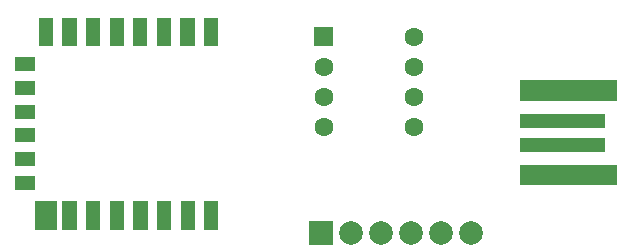
<source format=gts>
G04 Layer: TopSolderMaskLayer*
G04 EasyEDA v6.1.52, Mon, 22 Jul 2019 07:30:32 GMT*
G04 48bfd73402ea4c338a6de7f667507198,62ece946848449f3960951035e99d9e0,10*
G04 Gerber Generator version 0.2*
G04 Scale: 100 percent, Rotated: No, Reflected: No *
G04 Dimensions in millimeters *
G04 leading zeros omitted , absolute positions ,3 integer and 3 decimal *
%FSLAX33Y33*%
%MOMM*%
G90*
G71D02*

%ADD39C,1.600200*%
%ADD40C,2.003196*%
%ADD41R,2.003196X2.003196*%
%ADD44R,1.703197X1.203198*%

%LPD*%
G36*
G01X43390Y13258D02*
G01X43390Y14960D01*
G01X51595Y14960D01*
G01X51595Y13258D01*
G01X43390Y13258D01*
G37*
G36*
G01X43383Y10960D02*
G01X43383Y12161D01*
G01X50586Y12161D01*
G01X50586Y10960D01*
G01X43383Y10960D01*
G37*
G36*
G01X43383Y8917D02*
G01X43383Y10121D01*
G01X50586Y10121D01*
G01X50586Y8917D01*
G01X43383Y8917D01*
G37*
G36*
G01X43390Y6118D02*
G01X43390Y7820D01*
G01X51595Y7820D01*
G01X51595Y6118D01*
G01X43390Y6118D01*
G37*
G36*
G01X25996Y17868D02*
G01X25996Y19469D01*
G01X27597Y19469D01*
G01X27597Y17868D01*
G01X25996Y17868D01*
G37*
G54D39*
G01X26797Y16129D03*
G01X26797Y13589D03*
G01X26797Y11049D03*
G01X34417Y11049D03*
G01X34417Y13589D03*
G01X34417Y16129D03*
G01X34417Y18669D03*
G54D40*
G01X39243Y2032D03*
G01X36703Y2032D03*
G01X34163Y2032D03*
G01X31623Y2032D03*
G01X29083Y2032D03*
G54D41*
G01X26543Y2032D03*
G36*
G01X16670Y17853D02*
G01X16670Y20256D01*
G01X17873Y20256D01*
G01X17873Y17853D01*
G01X16670Y17853D01*
G37*
G36*
G01X14658Y17851D02*
G01X14658Y20253D01*
G01X15862Y20253D01*
G01X15862Y17851D01*
G01X14658Y17851D01*
G37*
G36*
G01X12666Y17851D02*
G01X12666Y20253D01*
G01X13868Y20253D01*
G01X13868Y17851D01*
G01X12666Y17851D01*
G37*
G36*
G01X10657Y17851D02*
G01X10657Y20253D01*
G01X11861Y20253D01*
G01X11861Y17851D01*
G01X10657Y17851D01*
G37*
G36*
G01X8661Y17851D02*
G01X8661Y20256D01*
G01X9865Y20256D01*
G01X9865Y17851D01*
G01X8661Y17851D01*
G37*
G36*
G01X6664Y17851D02*
G01X6664Y20253D01*
G01X7868Y20253D01*
G01X7868Y17851D01*
G01X6664Y17851D01*
G37*
G36*
G01X4660Y17853D02*
G01X4660Y20256D01*
G01X5864Y20256D01*
G01X5864Y17853D01*
G01X4660Y17853D01*
G37*
G36*
G01X2664Y17851D02*
G01X2664Y20253D01*
G01X3868Y20253D01*
G01X3868Y17851D01*
G01X2664Y17851D01*
G37*
G36*
G01X16675Y2344D02*
G01X16675Y4747D01*
G01X17879Y4747D01*
G01X17879Y2344D01*
G01X16675Y2344D01*
G37*
G36*
G01X14676Y2344D02*
G01X14676Y4747D01*
G01X15880Y4747D01*
G01X15880Y2344D01*
G01X14676Y2344D01*
G37*
G36*
G01X12677Y2341D02*
G01X12677Y4744D01*
G01X13881Y4744D01*
G01X13881Y2341D01*
G01X12677Y2341D01*
G37*
G36*
G01X10678Y2344D02*
G01X10678Y4747D01*
G01X11882Y4747D01*
G01X11882Y2344D01*
G01X10678Y2344D01*
G37*
G36*
G01X8676Y2344D02*
G01X8676Y4747D01*
G01X9878Y4747D01*
G01X9878Y2344D01*
G01X8676Y2344D01*
G37*
G36*
G01X6675Y2344D02*
G01X6675Y4747D01*
G01X7879Y4747D01*
G01X7879Y2344D01*
G01X6675Y2344D01*
G37*
G36*
G01X4676Y2344D02*
G01X4676Y4747D01*
G01X5880Y4747D01*
G01X5880Y2344D01*
G01X4676Y2344D01*
G37*
G36*
G01X2326Y2344D02*
G01X2326Y4747D01*
G01X4231Y4747D01*
G01X4231Y2344D01*
G01X2326Y2344D01*
G37*
G54D44*
G01X1527Y12314D03*
G01X1524Y14327D03*
G01X1511Y16319D03*
G01X1534Y6286D03*
G01X1529Y8301D03*
G01X1527Y10315D03*
M00*
M02*

</source>
